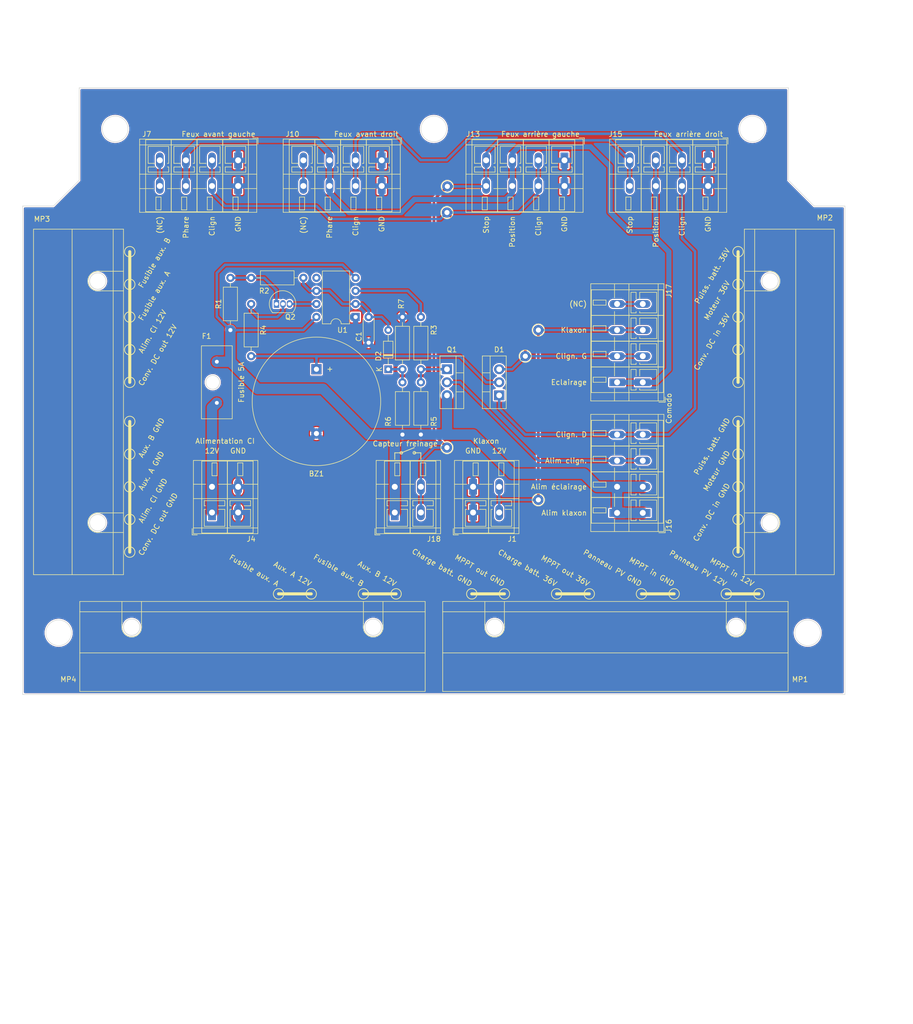
<source format=kicad_pcb>
(kicad_pcb (version 20211014) (generator pcbnew)

  (general
    (thickness 1.6)
  )

  (paper "A4")
  (layers
    (0 "F.Cu" signal)
    (31 "B.Cu" signal)
    (32 "B.Adhes" user "B.Adhesive")
    (33 "F.Adhes" user "F.Adhesive")
    (34 "B.Paste" user)
    (35 "F.Paste" user)
    (36 "B.SilkS" user "B.Silkscreen")
    (37 "F.SilkS" user "F.Silkscreen")
    (38 "B.Mask" user)
    (39 "F.Mask" user)
    (40 "Dwgs.User" user "User.Drawings")
    (41 "Cmts.User" user "User.Comments")
    (42 "Eco1.User" user "User.Eco1")
    (43 "Eco2.User" user "User.Eco2")
    (44 "Edge.Cuts" user)
    (45 "Margin" user)
    (46 "B.CrtYd" user "B.Courtyard")
    (47 "F.CrtYd" user "F.Courtyard")
    (48 "B.Fab" user)
    (49 "F.Fab" user)
    (50 "User.1" user)
    (51 "User.2" user)
    (52 "User.3" user)
    (53 "User.4" user)
    (54 "User.5" user)
    (55 "User.6" user)
    (56 "User.7" user)
    (57 "User.8" user)
    (58 "User.9" user)
  )

  (setup
    (stackup
      (layer "F.SilkS" (type "Top Silk Screen"))
      (layer "F.Paste" (type "Top Solder Paste"))
      (layer "F.Mask" (type "Top Solder Mask") (thickness 0.01))
      (layer "F.Cu" (type "copper") (thickness 0.035))
      (layer "dielectric 1" (type "core") (thickness 1.51) (material "FR4") (epsilon_r 4.5) (loss_tangent 0.02))
      (layer "B.Cu" (type "copper") (thickness 0.035))
      (layer "B.Mask" (type "Bottom Solder Mask") (thickness 0.01))
      (layer "B.Paste" (type "Bottom Solder Paste"))
      (layer "B.SilkS" (type "Bottom Silk Screen"))
      (copper_finish "None")
      (dielectric_constraints no)
    )
    (pad_to_mask_clearance 0)
    (pcbplotparams
      (layerselection 0x00010e0_ffffffff)
      (disableapertmacros false)
      (usegerberextensions false)
      (usegerberattributes true)
      (usegerberadvancedattributes true)
      (creategerberjobfile true)
      (svguseinch false)
      (svgprecision 6)
      (excludeedgelayer true)
      (plotframeref false)
      (viasonmask false)
      (mode 1)
      (useauxorigin false)
      (hpglpennumber 1)
      (hpglpenspeed 20)
      (hpglpendiameter 15.000000)
      (dxfpolygonmode true)
      (dxfimperialunits true)
      (dxfusepcbnewfont true)
      (psnegative false)
      (psa4output false)
      (plotreference true)
      (plotvalue true)
      (plotinvisibletext false)
      (sketchpadsonfab false)
      (subtractmaskfromsilk false)
      (outputformat 1)
      (mirror false)
      (drillshape 0)
      (scaleselection 1)
      (outputdirectory "")
    )
  )

  (net 0 "")
  (net 1 "GND")
  (net 2 "Net-(F1-Pad2)")
  (net 3 "Net-(D1-Pad1)")
  (net 4 "unconnected-(J7-Pad4)")
  (net 5 "unconnected-(J10-Pad4)")
  (net 6 "/Phares")
  (net 7 "Net-(J13-Pad4)")
  (net 8 "Net-(J1-Pad2)")
  (net 9 "/Flasher/Out")
  (net 10 "unconnected-(J17-Pad4)")
  (net 11 "/12V_5A")
  (net 12 "Net-(Q1-Pad1)")
  (net 13 "Net-(C1-Pad1)")
  (net 14 "Net-(D1-Pad3)")
  (net 15 "Net-(Q2-Pad1)")
  (net 16 "unconnected-(U1-Pad5)")
  (net 17 "Net-(Q2-Pad2)")
  (net 18 "/Flasher/Enable")
  (net 19 "Net-(Q2-Pad3)")
  (net 20 "Net-(R3-Pad1)")
  (net 21 "Net-(D2-Pad1)")

  (footprint "circuit:Wago_221-500_SplicingConnectorHolder" (layer "F.Cu") (at 94.615 85.09 90))

  (footprint "circuit:Buzzer_25x16_12.5" (layer "F.Cu") (at 137.16 78.74 -90))

  (footprint "circuit:Strap_D2.0mm_Drill1.0mm" (layer "F.Cu") (at 162.56 48.26))

  (footprint "circuit:Wago_221-500_SplicingConnectorHolder" (layer "F.Cu") (at 124.714 128.905 180))

  (footprint "circuit:Littelfuse_FuseHolder_FL1_178.6764.0001" (layer "F.Cu") (at 117.78 81.28 -90))

  (footprint "circuit:TerminalBlock_WAGO_236-402_1x02_P5.08mm_45Degree" (layer "F.Cu") (at 116.84 101.6))

  (footprint "Resistor_THT:R_Axial_DIN0207_L6.3mm_D2.5mm_P10.16mm_Horizontal" (layer "F.Cu") (at 157.48 68.58 -90))

  (footprint "circuit:TerminalBlock_WAGO_236-404_1x04_P5.08mm_45Degree" (layer "F.Cu") (at 185.42 38.1 180))

  (footprint "Package_DIP:DIP-8_W7.62mm" (layer "F.Cu") (at 144.78 68.58 180))

  (footprint "circuit:Strap_D2.0mm_Drill1.0mm" (layer "F.Cu") (at 177.8 76.2))

  (footprint "circuit:Strap_D2.0mm_Drill1.0mm" (layer "F.Cu") (at 180.34 104.14))

  (footprint "circuit:TerminalBlock_WAGO_236-404_1x04_P5.08mm_45Degree" (layer "F.Cu") (at 213.36 38.1 180))

  (footprint "Package_TO_SOT_THT:TO-220-3_Vertical" (layer "F.Cu") (at 172.72 83.82 90))

  (footprint "Package_TO_SOT_THT:TO-92L_Inline" (layer "F.Cu") (at 129.38 66.04))

  (footprint "circuit:TerminalBlock_WAGO_236-404_1x04_P5.08mm_45Degree" (layer "F.Cu") (at 121.92 38.1 180))

  (footprint "Resistor_THT:R_Axial_DIN0207_L6.3mm_D2.5mm_P10.16mm_Horizontal" (layer "F.Cu") (at 153.9 78.74 90))

  (footprint "circuit:TerminalBlock_WAGO_236-404_1x04_P5.08mm_45Degree" (layer "F.Cu") (at 200.66 106.68 90))

  (footprint "Resistor_THT:R_Axial_DIN0207_L6.3mm_D2.5mm_P10.16mm_Horizontal" (layer "F.Cu") (at 157.48 91.44 90))

  (footprint "circuit:Wago_221-500_SplicingConnectorHolder" (layer "F.Cu") (at 225.425 85.09 -90))

  (footprint "Resistor_THT:R_Axial_DIN0207_L6.3mm_D2.5mm_P10.16mm_Horizontal" (layer "F.Cu") (at 124.46 66.04 -90))

  (footprint "Resistor_THT:R_Axial_DIN0207_L6.3mm_D2.5mm_P10.16mm_Horizontal" (layer "F.Cu") (at 153.9 91.45 90))

  (footprint "circuit:Strap_D2.0mm_Drill1.0mm" (layer "F.Cu") (at 162.56 93.98))

  (footprint "Resistor_THT:R_Axial_DIN0207_L6.3mm_D2.5mm_P10.16mm_Horizontal" (layer "F.Cu") (at 120.42 71.12 90))

  (footprint "Resistor_THT:R_Axial_DIN0207_L6.3mm_D2.5mm_P10.16mm_Horizontal" (layer "F.Cu") (at 124.46 60.96))

  (footprint "circuit:Strap_D2.0mm_Drill1.0mm" (layer "F.Cu") (at 180.34 71.12))

  (footprint "Capacitor_THT:C_Disc_D4.3mm_W1.9mm_P5.00mm" (layer "F.Cu") (at 147.32 68.58 -90))

  (footprint "circuit:Strap_D2.0mm_Drill1.0mm" (layer "F.Cu") (at 162.63 43.18))

  (footprint "circuit:TerminalBlock_WAGO_236-402_1x02_P5.08mm_45Degree" (layer "F.Cu") (at 167.64 101.6))

  (footprint "circuit:Wago_221-500_SplicingConnectorHolder" (layer "F.Cu") (at 195.326 128.905 180))

  (footprint "circuit:TerminalBlock_WAGO_236-402_1x02_P5.08mm_45Degree" (layer "F.Cu")
    (tedit 5F817310) (tstamp ee376e01-fd87-460d-8054-53f57dc05951)
    (at 152.4 101.6)
    (descr "Terminal Block WAGO 236-402, 45Degree (cable under 45degree), 2 pins, pitch 5.08mm, size 12.3x14mm^2, drill diamater 1.15mm, pad diameter 3mm")
    (tags "THT Terminal Block WAGO 236-402 45Degree pitch 5.08mm size 12.3x14mm^2 drill 1.15mm pad 3mm")
    (property "Sheetfile" "circuit.kicad_sch")
    (property "Sheetname" "")
    (path "/e25831d2-9583-475c-a839-189f3156583f")
    (attr through_hole)
    (fp_text reference "J18" (at 7.62 10.16) (layer "F.SilkS")
      (effects (font (size 1 1) (thickness 0.15)))
      (tstamp 53e6308e-e554-4e00-b7fd-b7c87bc982b4)
    )
    (fp_text value "Conn_Capteur_Frein" (at 2.65 10.12) (layer "F.Fab")
      (effects (font (size 1 1) (thickness 0.15)))
      (tstamp 730f90d6-ce59-45f9-ae9e-d50c06f0deae)
    )
    (fp_text user "${REFERENCE}" (at 2.65 1) (layer "F.Fab")
      (effects (font (size 1 1) (thickness 0.15)))
      (tstamp 3c928b67-d5cd-4c07-b106-85be6c4e7d1e)
    )
    (fp_line (start 0 -4.65) (end 0 -2.151) (layer "F.SilkS") (width 0.12) (tstamp 084e43e8-d084-4dce-a7cf-f2c60ab4c706))
    (fp_line (start 0 -2.151) (end 1 -2.151) (layer "F.SilkS") (width 0.12) (tstamp 0957cc6b-0403-4b2a-80f6-493b69d56f85))
    (fp_line (start 3.5 3.7) (end 3.77 3.7) (layer "F.SilkS") (width 0.12) (tstamp 0c507e98-4175-4302-9647-7acb34c51520))
    (fp_line (start -1.5 2.7) (end -1.5 3.7) (layer "F.SilkS") (width 0.12) (tstamp 0d57efb9-498d-4842-bdf8-026d38187310))
    (fp_line (start -3.62 8) (end 8.921 8) (layer "F.SilkS") (width 0.12) (tstamp 12de85a5-ed57-4323-87ed-d1198d83a19c))
    (fp_line (start 3.5 4.4) (end 3.77 4.4) (layer "F.SilkS") (width 0.12) (tstamp 1ef736f5-dddc-4a58-a84e-e81e43528c26))
    (fp_line (start -3.62 -0.5) (end -1.23 -0.5) (layer "F.SilkS") (width 0.12) (tstamp 21824d13-e6c1-4e91-9499-ede1a9b42e4f))
    (fp_line (start 1 -4.65) (end 1 -2.151) (layer "F.SilkS") (width 0.12) (tstamp 2226cc67-ad21-4022-aec8-50e875998390))
    (fp_line (start -2 -5) (end 3 -5) (layer "F.SilkS") (width 0.12) (tstamp 2541b146-4cb2-464b-b109-9a6556669c07))
    (fp_line (start -3.62 2.3) (end 8.921 2.3) (layer "F.SilkS") (width 0.12) (tstamp 2554d750-ba22-44d0-8084-a846cdfe51f2))
    (fp_line (start 1.23 4.4) (end 2.5 4.4) (layer "F.SilkS") (width 0.12) (tstamp 29f629f7-0a6b-4c94-9dce-f71260af725f))
    (fp_line (start 7.5 4.4) (end 7.5 7.7) (layer "F.SilkS") (width 0.12) (tstamp 2b8f1bad-8602-4f68-93dd-a1718c4d6969))
    (fp_line (start -2 9) (end 3 9) (layer "F.SilkS") (width 0.12) (tstamp 4022dc4d-01d4-461c-8221-2ed85b275fa4))
    (fp_line (start 3.5 2.7) (end 7.5 2.7) (layer "F.SilkS") (width 0.12) (tstamp 410a95c5-f566-46a5-82d4-9f22c91e1f7f))
    (fp_line (start 8.921 -5.12) (end 8.921 9.12) (layer "F.SilkS") (width 0.12) (tstamp 44ddee3f-d5cd-4edf-92ba-42416e0ff9c1))
    (fp_line (start 6.23 -0.5) (end 8.921 -0.5) (layer "F.SilkS") (width 0.12) (tstamp 56bdec4f-e0bb-4df3-b335-e8840e35be25))
    (fp_line (start 3.5 2.7) (end 3.5 3.7) (layer "F.SilkS") (width 0.12) (tstamp 67f68122-b8d9-446e-9a07-aefe43b29cfe))
    (fp_line (start 2.5 4.4) (end 2.5 7.7) (layer "F.SilkS") (width 0.12) (tstamp 6a14501f-45e7-4d0e-90ce-e6a4949a55de))
    (fp_line (start 3.5 4.4) (end 3.5 7.7) (layer "F.SilkS") (width 0.12) (tstamp 6baf7483-03da-4b30-845f-9cd4d88e712c))
    (fp_line (start -3.86 8.12) (end -3.86 9.36) (layer "F.SilkS") (width 0.12) (tstamp 6ee9a084-4749-43f5-82b9-d1e3844dff49))
    (fp_line (start 8 -5) (end 8 9) (layer "F.SilkS") (width 0.12) (tstamp 72b56a4a-d513-4dd7-a86f-60030b981413))
    (fp_line (start 5 -4.65) (end 6 -4.65) (layer "F.SilkS") (width 0.12) (tstamp 7a615530-46cb-4e29-a0ac-eecd1c914171))
    (fp_line (start 5 -4.65) (end 5 -2.151) (layer "F.SilkS") (width 0.12) (tstamp 83420606-2932-45d5-ad56-bb823a25304b))
    (fp_line (start -1.5 4.4) (end -1.5 7.7) (layer "F.SilkS") (width 0.12) (tstamp 844b9713-a88f-4f4e-9bd6-83ffbc0ed4e6))
    (fp_line (start -3.86 9.36) (end -2.86 9.36) (layer "F.SilkS") (width 0.12) (tstamp 86520419-857c-4aac-82e4-c2afe05ede01))
    (fp_line (start 3 -5) (end 8 -5) (layer "F.SilkS") (width 0.12) (tstamp 8f1efbb2-179d-42fa-bf6e-9f237e60183a))
    (fp_line (start -1.5 4.4) (end -1.23 4.4) (layer "F.SilkS") (width 0.12) (tstamp 9034bf58-bbaa-4967-9023-c417367b1c88))
    (fp_line (start 3 -5) (end 3 9) (layer "F.SilkS") (width 0.12) (tstamp 92ace4c6-a14d-4c79-b318-9c0f2485c55c))
    (fp_line (start -2 -5) (end -2 9) (layer "F.SilkS") (width 0.12) (tstamp a40283b6-f36c-4042-a7b5-97c5c2fab3e7))
    (fp_line (start -1.5 7.7) (end 2.5 7.7) (layer "F.SilkS") (width 0.12) (tstamp b0215c29-e723-484f-a4b2-25aafae53166))
    (fp_line (start -1.5 2.7) (end 2.5 2.7) (layer "F.SilkS") (width 0.12) (tstamp b40eef89-418e-4538-b524-80537c363308))
    (fp_line (start -1.5 3.7) (end -1.23 3.7) (layer "F.SilkS") (width 0.12) (tstamp b51e8188-ff3d-4f1a-85aa-b38fa38bafdc))
    (fp_line (start 1.23 -0.5) (end 3.77 -0.5) (layer "F.SilkS") (width 0.12) (tstamp c0657a34-1dbf-46be-9b9d-99887d530bc6))
    (fp_line (start 2.5 2.7) (end 2.5 3.7) (layer "F.SilkS") (width 0.12) (tstamp c11398c5-d323-43f5-b7eb-41d6ef0fd9e5))
    (fp_line (start -3.62 -5.12) (end -3.62 9.12) (layer "F.SilkS") (width 0.12) (tstamp c80d07ef-d728-47fc-a732-3eada1be52b3))
    (fp_line (start -3.62 -5.12) (end 8.921 -5.12) (layer "F.SilkS") (width 0.12) (tstamp ce383417-7a3f-4ef1-93dc-f4684805222b))
    (fp_line (start 7.5 2.7) (end 7.5 3.7) (layer "F.SilkS") (width 0.12) (tstamp ce6dced1-9d9d-4e98-996f-6c16a1abf921))
    (fp_line (start 3 9) (end 8 9) (layer "F.SilkS") (width 0.12) (tstamp d73b12af-8e87-45cc-b2da-28edec988789))
    (fp_line (start 1.23 3.7) (end 2.5 3.7) (layer "F.SilkS") (width 0.12) (tstamp d75f51ef-9626-475c-a382-13ee97476dab))
    (fp_line (start 6.23 3.7) (end 7.5 3.7) (layer "F.SilkS") (width 0.12) (tstamp dd5ea374-5c9d-4421-80de-c0f87c1efb4f))
    (fp_line (start 6.23 4.4) (end 7.5 4.4) (layer "F.SilkS") (width 0.12) (tstamp e3d882df-3675-4f86-9b76-e3526807a30d))
    (fp_line (start -3.62 9.12) (end 8.921 9.12) (layer "F.SilkS") (width 0.12) (tstamp e62aab5f-525c-473b-866a-7e4cd337cb5e))
    (fp_line (start 5 -2.151) (end 6 -2.151) (layer "F.SilkS") (width 0.12) (tstamp e97951a7-1409-4fe1-96a3-e6f183391bf1))
    (fp_line (start 3.5 7.7) (end 7.5 7.7) (layer "F.SilkS") (width 0.12) (tstamp ebcc4996-a41d-4621-951e-fc0b89e8e6b6))
    (fp_line (start 0 -4.65) (end 1 -4.65) (layer "F.SilkS") (width 0.12) (tstamp f452e63c-71c6-4fe7-bad6-ee53f1af1e60))
    (fp_line (start 6 -4.65) (end 6 -2.151) (layer "F.SilkS") (width 0.12) (tstamp f64bf80f-c56c-40ad-930a-8e488417027e))
    (fp_line (start 3 -5) (end 3 9) (layer "F.SilkS") (width 0.12) (tstamp fe6a148e-d5a1-4dca-8281-84e4599d3e2e))
    (fp_line (start -4 9.5) (end 9.3 9.5) (layer "F.CrtYd") (width 0.05) (tstamp 1d043666-5a17-44e9-bfab-a64dd32a4d4b))
    (fp_line (start 9.3 -5.5) (end -4 -5.5) (layer "F.CrtYd") (width 0.05) (tstamp c21ec0cb-bd8b-48ab-91ab-54c82090d498))
    (fp_line (start 9.3 9.5) (end 9.3 -5.5) (layer "F.CrtYd") (width 0.05) (tstamp dc7208df-0702-423f-9ec6-d0c521e7a910))
    (fp_line (start -4 -5.5) (end -4 9.5) (layer "F.CrtYd") (width 0.05) (tstamp fc1ea0f4-99a7-4229-ad7d-0073404b2df2))
    (fp_line (start 3 9) (end 8 9) (layer "F.Fab") (width 0.1) (tstamp 02eb15e8-8d02-48bb-8962-ce5f1dce9924))
    (fp_line (start 7.5 3.7) (end 7.5 2.7) (layer "F.Fab") (width 0.1) (tstamp 164397bb-1477-463c-aec7-3b84a0a8c300))
    (fp_line (start 7.5 7.7) (end 7.5 4.4) (layer "F.Fab") (width 0.1) (tstamp 2aa13550-f1db-4405-a88b-abd02c51f323))
    (fp_line (start 3.5 2.7) (end 3.5 3.7) (layer "F.Fab") (width 0.1) (tstamp 2ce5ed5a-550f-4707-b8f3-6471b52b05f3))
    (fp_line (start 6 -2.15) (end 6 -4.65) (layer "F.Fab") (width 0.1) (tstamp 37a81b10-6c59-4e83-8c0b-d8f039292387))
    (fp_line (start 3.5 4.4) (end 3.5 7.7) (layer "F.Fab") (width 0.1) (tstamp
... [863404 chars truncated]
</source>
